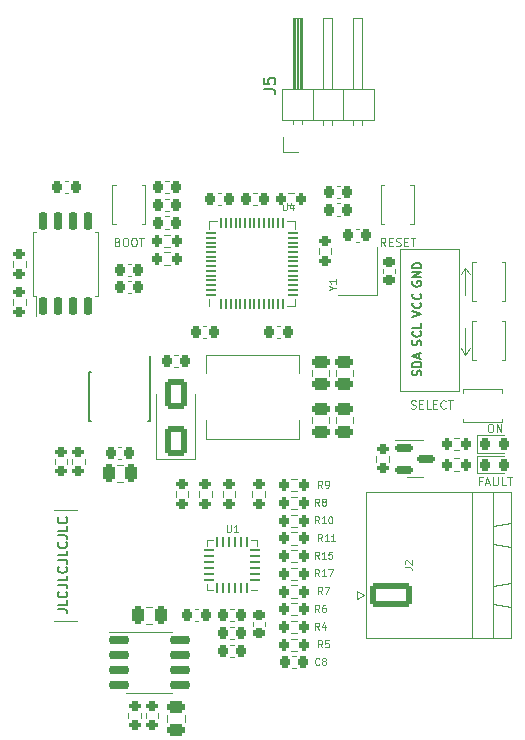
<source format=gbr>
%TF.GenerationSoftware,KiCad,Pcbnew,(7.0.0)*%
%TF.CreationDate,2023-10-01T16:50:46+07:00*%
%TF.ProjectId,CYPD3177,43595044-3331-4373-972e-6b696361645f,rev?*%
%TF.SameCoordinates,Original*%
%TF.FileFunction,Legend,Top*%
%TF.FilePolarity,Positive*%
%FSLAX46Y46*%
G04 Gerber Fmt 4.6, Leading zero omitted, Abs format (unit mm)*
G04 Created by KiCad (PCBNEW (7.0.0)) date 2023-10-01 16:50:46*
%MOMM*%
%LPD*%
G01*
G04 APERTURE LIST*
G04 Aperture macros list*
%AMRoundRect*
0 Rectangle with rounded corners*
0 $1 Rounding radius*
0 $2 $3 $4 $5 $6 $7 $8 $9 X,Y pos of 4 corners*
0 Add a 4 corners polygon primitive as box body*
4,1,4,$2,$3,$4,$5,$6,$7,$8,$9,$2,$3,0*
0 Add four circle primitives for the rounded corners*
1,1,$1+$1,$2,$3*
1,1,$1+$1,$4,$5*
1,1,$1+$1,$6,$7*
1,1,$1+$1,$8,$9*
0 Add four rect primitives between the rounded corners*
20,1,$1+$1,$2,$3,$4,$5,0*
20,1,$1+$1,$4,$5,$6,$7,0*
20,1,$1+$1,$6,$7,$8,$9,0*
20,1,$1+$1,$8,$9,$2,$3,0*%
G04 Aperture macros list end*
%ADD10C,0.110000*%
%ADD11C,0.120000*%
%ADD12C,0.130000*%
%ADD13C,0.100000*%
%ADD14C,0.150000*%
%ADD15C,0.040000*%
%ADD16RoundRect,0.200000X0.200000X0.275000X-0.200000X0.275000X-0.200000X-0.275000X0.200000X-0.275000X0*%
%ADD17RoundRect,0.250000X0.475000X-0.250000X0.475000X0.250000X-0.475000X0.250000X-0.475000X-0.250000X0*%
%ADD18RoundRect,0.200000X-0.275000X0.200000X-0.275000X-0.200000X0.275000X-0.200000X0.275000X0.200000X0*%
%ADD19RoundRect,0.225000X0.225000X0.250000X-0.225000X0.250000X-0.225000X-0.250000X0.225000X-0.250000X0*%
%ADD20RoundRect,0.225000X-0.225000X-0.250000X0.225000X-0.250000X0.225000X0.250000X-0.225000X0.250000X0*%
%ADD21RoundRect,0.200000X-0.200000X-0.275000X0.200000X-0.275000X0.200000X0.275000X-0.200000X0.275000X0*%
%ADD22C,3.200000*%
%ADD23RoundRect,0.250000X0.250000X0.475000X-0.250000X0.475000X-0.250000X-0.475000X0.250000X-0.475000X0*%
%ADD24R,1.700000X0.900000*%
%ADD25RoundRect,0.225000X-0.250000X0.225000X-0.250000X-0.225000X0.250000X-0.225000X0.250000X0.225000X0*%
%ADD26R,1.700000X1.700000*%
%ADD27O,1.700000X1.700000*%
%ADD28RoundRect,0.150000X-0.587500X-0.150000X0.587500X-0.150000X0.587500X0.150000X-0.587500X0.150000X0*%
%ADD29RoundRect,0.249999X1.550001X-0.790001X1.550001X0.790001X-1.550001X0.790001X-1.550001X-0.790001X0*%
%ADD30O,3.600000X2.080000*%
%ADD31R,1.200000X1.400000*%
%ADD32RoundRect,0.200000X0.275000X-0.200000X0.275000X0.200000X-0.275000X0.200000X-0.275000X-0.200000X0*%
%ADD33R,0.600000X1.550000*%
%ADD34R,3.100000X2.600000*%
%ADD35RoundRect,0.150000X-0.725000X-0.150000X0.725000X-0.150000X0.725000X0.150000X-0.725000X0.150000X0*%
%ADD36RoundRect,0.218750X-0.218750X-0.256250X0.218750X-0.256250X0.218750X0.256250X-0.218750X0.256250X0*%
%ADD37R,0.900000X1.700000*%
%ADD38RoundRect,0.250000X0.650000X-1.000000X0.650000X1.000000X-0.650000X1.000000X-0.650000X-1.000000X0*%
%ADD39C,0.650000*%
%ADD40R,1.450000X0.600000*%
%ADD41R,1.450000X0.300000*%
%ADD42O,2.100000X1.000000*%
%ADD43O,1.600000X1.000000*%
%ADD44R,2.350000X3.500000*%
%ADD45RoundRect,0.250000X-0.475000X0.250000X-0.475000X-0.250000X0.475000X-0.250000X0.475000X0.250000X0*%
%ADD46RoundRect,0.150000X0.150000X-0.650000X0.150000X0.650000X-0.150000X0.650000X-0.150000X-0.650000X0*%
%ADD47RoundRect,0.062500X0.375000X0.062500X-0.375000X0.062500X-0.375000X-0.062500X0.375000X-0.062500X0*%
%ADD48RoundRect,0.062500X0.062500X0.375000X-0.062500X0.375000X-0.062500X-0.375000X0.062500X-0.375000X0*%
%ADD49R,2.500000X2.500000*%
%ADD50RoundRect,0.050000X0.050000X-0.387500X0.050000X0.387500X-0.050000X0.387500X-0.050000X-0.387500X0*%
%ADD51RoundRect,0.050000X0.387500X-0.050000X0.387500X0.050000X-0.387500X0.050000X-0.387500X-0.050000X0*%
%ADD52R,3.200000X3.200000*%
G04 APERTURE END LIST*
D10*
X71816667Y-38057166D02*
X71950000Y-38057166D01*
X71950000Y-38057166D02*
X72016667Y-38090500D01*
X72016667Y-38090500D02*
X72083333Y-38157166D01*
X72083333Y-38157166D02*
X72116667Y-38290500D01*
X72116667Y-38290500D02*
X72116667Y-38523833D01*
X72116667Y-38523833D02*
X72083333Y-38657166D01*
X72083333Y-38657166D02*
X72016667Y-38723833D01*
X72016667Y-38723833D02*
X71950000Y-38757166D01*
X71950000Y-38757166D02*
X71816667Y-38757166D01*
X71816667Y-38757166D02*
X71750000Y-38723833D01*
X71750000Y-38723833D02*
X71683333Y-38657166D01*
X71683333Y-38657166D02*
X71650000Y-38523833D01*
X71650000Y-38523833D02*
X71650000Y-38290500D01*
X71650000Y-38290500D02*
X71683333Y-38157166D01*
X71683333Y-38157166D02*
X71750000Y-38090500D01*
X71750000Y-38090500D02*
X71816667Y-38057166D01*
X72416666Y-38757166D02*
X72416666Y-38057166D01*
X72416666Y-38057166D02*
X72816666Y-38757166D01*
X72816666Y-38757166D02*
X72816666Y-38057166D01*
D11*
X69761904Y-29897857D02*
X69761904Y-32183571D01*
X70142857Y-31612142D02*
X69761904Y-32183571D01*
X69761904Y-32183571D02*
X69380952Y-31612142D01*
X40300001Y-22640500D02*
X40400001Y-22673833D01*
X40400001Y-22673833D02*
X40433334Y-22707166D01*
X40433334Y-22707166D02*
X40466667Y-22773833D01*
X40466667Y-22773833D02*
X40466667Y-22873833D01*
X40466667Y-22873833D02*
X40433334Y-22940500D01*
X40433334Y-22940500D02*
X40400001Y-22973833D01*
X40400001Y-22973833D02*
X40333334Y-23007166D01*
X40333334Y-23007166D02*
X40066667Y-23007166D01*
X40066667Y-23007166D02*
X40066667Y-22307166D01*
X40066667Y-22307166D02*
X40300001Y-22307166D01*
X40300001Y-22307166D02*
X40366667Y-22340500D01*
X40366667Y-22340500D02*
X40400001Y-22373833D01*
X40400001Y-22373833D02*
X40433334Y-22440500D01*
X40433334Y-22440500D02*
X40433334Y-22507166D01*
X40433334Y-22507166D02*
X40400001Y-22573833D01*
X40400001Y-22573833D02*
X40366667Y-22607166D01*
X40366667Y-22607166D02*
X40300001Y-22640500D01*
X40300001Y-22640500D02*
X40066667Y-22640500D01*
X40900001Y-22307166D02*
X41033334Y-22307166D01*
X41033334Y-22307166D02*
X41100001Y-22340500D01*
X41100001Y-22340500D02*
X41166667Y-22407166D01*
X41166667Y-22407166D02*
X41200001Y-22540500D01*
X41200001Y-22540500D02*
X41200001Y-22773833D01*
X41200001Y-22773833D02*
X41166667Y-22907166D01*
X41166667Y-22907166D02*
X41100001Y-22973833D01*
X41100001Y-22973833D02*
X41033334Y-23007166D01*
X41033334Y-23007166D02*
X40900001Y-23007166D01*
X40900001Y-23007166D02*
X40833334Y-22973833D01*
X40833334Y-22973833D02*
X40766667Y-22907166D01*
X40766667Y-22907166D02*
X40733334Y-22773833D01*
X40733334Y-22773833D02*
X40733334Y-22540500D01*
X40733334Y-22540500D02*
X40766667Y-22407166D01*
X40766667Y-22407166D02*
X40833334Y-22340500D01*
X40833334Y-22340500D02*
X40900001Y-22307166D01*
X41633334Y-22307166D02*
X41766667Y-22307166D01*
X41766667Y-22307166D02*
X41833334Y-22340500D01*
X41833334Y-22340500D02*
X41900000Y-22407166D01*
X41900000Y-22407166D02*
X41933334Y-22540500D01*
X41933334Y-22540500D02*
X41933334Y-22773833D01*
X41933334Y-22773833D02*
X41900000Y-22907166D01*
X41900000Y-22907166D02*
X41833334Y-22973833D01*
X41833334Y-22973833D02*
X41766667Y-23007166D01*
X41766667Y-23007166D02*
X41633334Y-23007166D01*
X41633334Y-23007166D02*
X41566667Y-22973833D01*
X41566667Y-22973833D02*
X41500000Y-22907166D01*
X41500000Y-22907166D02*
X41466667Y-22773833D01*
X41466667Y-22773833D02*
X41466667Y-22540500D01*
X41466667Y-22540500D02*
X41500000Y-22407166D01*
X41500000Y-22407166D02*
X41566667Y-22340500D01*
X41566667Y-22340500D02*
X41633334Y-22307166D01*
X42133333Y-22307166D02*
X42533333Y-22307166D01*
X42333333Y-23007166D02*
X42333333Y-22307166D01*
D10*
X71133334Y-42890500D02*
X70900000Y-42890500D01*
X70900000Y-43257166D02*
X70900000Y-42557166D01*
X70900000Y-42557166D02*
X71233334Y-42557166D01*
X71466667Y-43057166D02*
X71800000Y-43057166D01*
X71400000Y-43257166D02*
X71633334Y-42557166D01*
X71633334Y-42557166D02*
X71866667Y-43257166D01*
X72100000Y-42557166D02*
X72100000Y-43123833D01*
X72100000Y-43123833D02*
X72133334Y-43190500D01*
X72133334Y-43190500D02*
X72166667Y-43223833D01*
X72166667Y-43223833D02*
X72233334Y-43257166D01*
X72233334Y-43257166D02*
X72366667Y-43257166D01*
X72366667Y-43257166D02*
X72433334Y-43223833D01*
X72433334Y-43223833D02*
X72466667Y-43190500D01*
X72466667Y-43190500D02*
X72500000Y-43123833D01*
X72500000Y-43123833D02*
X72500000Y-42557166D01*
X73166667Y-43257166D02*
X72833333Y-43257166D01*
X72833333Y-43257166D02*
X72833333Y-42557166D01*
X73300000Y-42557166D02*
X73700000Y-42557166D01*
X73500000Y-43257166D02*
X73500000Y-42557166D01*
D11*
X62983333Y-23007166D02*
X62750000Y-22673833D01*
X62583333Y-23007166D02*
X62583333Y-22307166D01*
X62583333Y-22307166D02*
X62850000Y-22307166D01*
X62850000Y-22307166D02*
X62916667Y-22340500D01*
X62916667Y-22340500D02*
X62950000Y-22373833D01*
X62950000Y-22373833D02*
X62983333Y-22440500D01*
X62983333Y-22440500D02*
X62983333Y-22540500D01*
X62983333Y-22540500D02*
X62950000Y-22607166D01*
X62950000Y-22607166D02*
X62916667Y-22640500D01*
X62916667Y-22640500D02*
X62850000Y-22673833D01*
X62850000Y-22673833D02*
X62583333Y-22673833D01*
X63283333Y-22640500D02*
X63516667Y-22640500D01*
X63616667Y-23007166D02*
X63283333Y-23007166D01*
X63283333Y-23007166D02*
X63283333Y-22307166D01*
X63283333Y-22307166D02*
X63616667Y-22307166D01*
X63883333Y-22973833D02*
X63983333Y-23007166D01*
X63983333Y-23007166D02*
X64150000Y-23007166D01*
X64150000Y-23007166D02*
X64216666Y-22973833D01*
X64216666Y-22973833D02*
X64250000Y-22940500D01*
X64250000Y-22940500D02*
X64283333Y-22873833D01*
X64283333Y-22873833D02*
X64283333Y-22807166D01*
X64283333Y-22807166D02*
X64250000Y-22740500D01*
X64250000Y-22740500D02*
X64216666Y-22707166D01*
X64216666Y-22707166D02*
X64150000Y-22673833D01*
X64150000Y-22673833D02*
X64016666Y-22640500D01*
X64016666Y-22640500D02*
X63950000Y-22607166D01*
X63950000Y-22607166D02*
X63916666Y-22573833D01*
X63916666Y-22573833D02*
X63883333Y-22507166D01*
X63883333Y-22507166D02*
X63883333Y-22440500D01*
X63883333Y-22440500D02*
X63916666Y-22373833D01*
X63916666Y-22373833D02*
X63950000Y-22340500D01*
X63950000Y-22340500D02*
X64016666Y-22307166D01*
X64016666Y-22307166D02*
X64183333Y-22307166D01*
X64183333Y-22307166D02*
X64283333Y-22340500D01*
X64583333Y-22640500D02*
X64816667Y-22640500D01*
X64916667Y-23007166D02*
X64583333Y-23007166D01*
X64583333Y-23007166D02*
X64583333Y-22307166D01*
X64583333Y-22307166D02*
X64916667Y-22307166D01*
X65116666Y-22307166D02*
X65516666Y-22307166D01*
X65316666Y-23007166D02*
X65316666Y-22307166D01*
X65150000Y-36723833D02*
X65250000Y-36757166D01*
X65250000Y-36757166D02*
X65416667Y-36757166D01*
X65416667Y-36757166D02*
X65483333Y-36723833D01*
X65483333Y-36723833D02*
X65516667Y-36690500D01*
X65516667Y-36690500D02*
X65550000Y-36623833D01*
X65550000Y-36623833D02*
X65550000Y-36557166D01*
X65550000Y-36557166D02*
X65516667Y-36490500D01*
X65516667Y-36490500D02*
X65483333Y-36457166D01*
X65483333Y-36457166D02*
X65416667Y-36423833D01*
X65416667Y-36423833D02*
X65283333Y-36390500D01*
X65283333Y-36390500D02*
X65216667Y-36357166D01*
X65216667Y-36357166D02*
X65183333Y-36323833D01*
X65183333Y-36323833D02*
X65150000Y-36257166D01*
X65150000Y-36257166D02*
X65150000Y-36190500D01*
X65150000Y-36190500D02*
X65183333Y-36123833D01*
X65183333Y-36123833D02*
X65216667Y-36090500D01*
X65216667Y-36090500D02*
X65283333Y-36057166D01*
X65283333Y-36057166D02*
X65450000Y-36057166D01*
X65450000Y-36057166D02*
X65550000Y-36090500D01*
X65850000Y-36390500D02*
X66083334Y-36390500D01*
X66183334Y-36757166D02*
X65850000Y-36757166D01*
X65850000Y-36757166D02*
X65850000Y-36057166D01*
X65850000Y-36057166D02*
X66183334Y-36057166D01*
X66816667Y-36757166D02*
X66483333Y-36757166D01*
X66483333Y-36757166D02*
X66483333Y-36057166D01*
X67050000Y-36390500D02*
X67283334Y-36390500D01*
X67383334Y-36757166D02*
X67050000Y-36757166D01*
X67050000Y-36757166D02*
X67050000Y-36057166D01*
X67050000Y-36057166D02*
X67383334Y-36057166D01*
X68083333Y-36690500D02*
X68050000Y-36723833D01*
X68050000Y-36723833D02*
X67950000Y-36757166D01*
X67950000Y-36757166D02*
X67883333Y-36757166D01*
X67883333Y-36757166D02*
X67783333Y-36723833D01*
X67783333Y-36723833D02*
X67716667Y-36657166D01*
X67716667Y-36657166D02*
X67683333Y-36590500D01*
X67683333Y-36590500D02*
X67650000Y-36457166D01*
X67650000Y-36457166D02*
X67650000Y-36357166D01*
X67650000Y-36357166D02*
X67683333Y-36223833D01*
X67683333Y-36223833D02*
X67716667Y-36157166D01*
X67716667Y-36157166D02*
X67783333Y-36090500D01*
X67783333Y-36090500D02*
X67883333Y-36057166D01*
X67883333Y-36057166D02*
X67950000Y-36057166D01*
X67950000Y-36057166D02*
X68050000Y-36090500D01*
X68050000Y-36090500D02*
X68083333Y-36123833D01*
X68283333Y-36057166D02*
X68683333Y-36057166D01*
X68483333Y-36757166D02*
X68483333Y-36057166D01*
D12*
X35235807Y-53754361D02*
X35816378Y-53754361D01*
X35816378Y-53754361D02*
X35932492Y-53793066D01*
X35932492Y-53793066D02*
X36009902Y-53870475D01*
X36009902Y-53870475D02*
X36048607Y-53986590D01*
X36048607Y-53986590D02*
X36048607Y-54063999D01*
X36048607Y-52980266D02*
X36048607Y-53367314D01*
X36048607Y-53367314D02*
X35235807Y-53367314D01*
X35971197Y-52244876D02*
X36009902Y-52283580D01*
X36009902Y-52283580D02*
X36048607Y-52399695D01*
X36048607Y-52399695D02*
X36048607Y-52477104D01*
X36048607Y-52477104D02*
X36009902Y-52593218D01*
X36009902Y-52593218D02*
X35932492Y-52670628D01*
X35932492Y-52670628D02*
X35855083Y-52709333D01*
X35855083Y-52709333D02*
X35700264Y-52748037D01*
X35700264Y-52748037D02*
X35584150Y-52748037D01*
X35584150Y-52748037D02*
X35429331Y-52709333D01*
X35429331Y-52709333D02*
X35351921Y-52670628D01*
X35351921Y-52670628D02*
X35274512Y-52593218D01*
X35274512Y-52593218D02*
X35235807Y-52477104D01*
X35235807Y-52477104D02*
X35235807Y-52399695D01*
X35235807Y-52399695D02*
X35274512Y-52283580D01*
X35274512Y-52283580D02*
X35313216Y-52244876D01*
X35235807Y-51664304D02*
X35816378Y-51664304D01*
X35816378Y-51664304D02*
X35932492Y-51703009D01*
X35932492Y-51703009D02*
X36009902Y-51780418D01*
X36009902Y-51780418D02*
X36048607Y-51896533D01*
X36048607Y-51896533D02*
X36048607Y-51973942D01*
X36048607Y-50890209D02*
X36048607Y-51277257D01*
X36048607Y-51277257D02*
X35235807Y-51277257D01*
X35971197Y-50154819D02*
X36009902Y-50193523D01*
X36009902Y-50193523D02*
X36048607Y-50309638D01*
X36048607Y-50309638D02*
X36048607Y-50387047D01*
X36048607Y-50387047D02*
X36009902Y-50503161D01*
X36009902Y-50503161D02*
X35932492Y-50580571D01*
X35932492Y-50580571D02*
X35855083Y-50619276D01*
X35855083Y-50619276D02*
X35700264Y-50657980D01*
X35700264Y-50657980D02*
X35584150Y-50657980D01*
X35584150Y-50657980D02*
X35429331Y-50619276D01*
X35429331Y-50619276D02*
X35351921Y-50580571D01*
X35351921Y-50580571D02*
X35274512Y-50503161D01*
X35274512Y-50503161D02*
X35235807Y-50387047D01*
X35235807Y-50387047D02*
X35235807Y-50309638D01*
X35235807Y-50309638D02*
X35274512Y-50193523D01*
X35274512Y-50193523D02*
X35313216Y-50154819D01*
X35235807Y-49574247D02*
X35816378Y-49574247D01*
X35816378Y-49574247D02*
X35932492Y-49612952D01*
X35932492Y-49612952D02*
X36009902Y-49690361D01*
X36009902Y-49690361D02*
X36048607Y-49806476D01*
X36048607Y-49806476D02*
X36048607Y-49883885D01*
X36048607Y-48800152D02*
X36048607Y-49187200D01*
X36048607Y-49187200D02*
X35235807Y-49187200D01*
X35971197Y-48064762D02*
X36009902Y-48103466D01*
X36009902Y-48103466D02*
X36048607Y-48219581D01*
X36048607Y-48219581D02*
X36048607Y-48296990D01*
X36048607Y-48296990D02*
X36009902Y-48413104D01*
X36009902Y-48413104D02*
X35932492Y-48490514D01*
X35932492Y-48490514D02*
X35855083Y-48529219D01*
X35855083Y-48529219D02*
X35700264Y-48567923D01*
X35700264Y-48567923D02*
X35584150Y-48567923D01*
X35584150Y-48567923D02*
X35429331Y-48529219D01*
X35429331Y-48529219D02*
X35351921Y-48490514D01*
X35351921Y-48490514D02*
X35274512Y-48413104D01*
X35274512Y-48413104D02*
X35235807Y-48296990D01*
X35235807Y-48296990D02*
X35235807Y-48219581D01*
X35235807Y-48219581D02*
X35274512Y-48103466D01*
X35274512Y-48103466D02*
X35313216Y-48064762D01*
X35235807Y-47484190D02*
X35816378Y-47484190D01*
X35816378Y-47484190D02*
X35932492Y-47522895D01*
X35932492Y-47522895D02*
X36009902Y-47600304D01*
X36009902Y-47600304D02*
X36048607Y-47716419D01*
X36048607Y-47716419D02*
X36048607Y-47793828D01*
X36048607Y-46710095D02*
X36048607Y-47097143D01*
X36048607Y-47097143D02*
X35235807Y-47097143D01*
X35971197Y-45974705D02*
X36009902Y-46013409D01*
X36009902Y-46013409D02*
X36048607Y-46129524D01*
X36048607Y-46129524D02*
X36048607Y-46206933D01*
X36048607Y-46206933D02*
X36009902Y-46323047D01*
X36009902Y-46323047D02*
X35932492Y-46400457D01*
X35932492Y-46400457D02*
X35855083Y-46439162D01*
X35855083Y-46439162D02*
X35700264Y-46477866D01*
X35700264Y-46477866D02*
X35584150Y-46477866D01*
X35584150Y-46477866D02*
X35429331Y-46439162D01*
X35429331Y-46439162D02*
X35351921Y-46400457D01*
X35351921Y-46400457D02*
X35274512Y-46323047D01*
X35274512Y-46323047D02*
X35235807Y-46206933D01*
X35235807Y-46206933D02*
X35235807Y-46129524D01*
X35235807Y-46129524D02*
X35274512Y-46013409D01*
X35274512Y-46013409D02*
X35313216Y-45974705D01*
D11*
X69761905Y-27102142D02*
X69761905Y-24816428D01*
X69380952Y-25387857D02*
X69761905Y-24816428D01*
X69761905Y-24816428D02*
X70142857Y-25387857D01*
D13*
%TO.C,R5*%
X57650000Y-56970428D02*
X57450000Y-56684714D01*
X57307143Y-56970428D02*
X57307143Y-56370428D01*
X57307143Y-56370428D02*
X57535714Y-56370428D01*
X57535714Y-56370428D02*
X57592857Y-56399000D01*
X57592857Y-56399000D02*
X57621428Y-56427571D01*
X57621428Y-56427571D02*
X57650000Y-56484714D01*
X57650000Y-56484714D02*
X57650000Y-56570428D01*
X57650000Y-56570428D02*
X57621428Y-56627571D01*
X57621428Y-56627571D02*
X57592857Y-56656142D01*
X57592857Y-56656142D02*
X57535714Y-56684714D01*
X57535714Y-56684714D02*
X57307143Y-56684714D01*
X58192857Y-56370428D02*
X57907143Y-56370428D01*
X57907143Y-56370428D02*
X57878571Y-56656142D01*
X57878571Y-56656142D02*
X57907143Y-56627571D01*
X57907143Y-56627571D02*
X57964286Y-56599000D01*
X57964286Y-56599000D02*
X58107143Y-56599000D01*
X58107143Y-56599000D02*
X58164286Y-56627571D01*
X58164286Y-56627571D02*
X58192857Y-56656142D01*
X58192857Y-56656142D02*
X58221428Y-56713285D01*
X58221428Y-56713285D02*
X58221428Y-56856142D01*
X58221428Y-56856142D02*
X58192857Y-56913285D01*
X58192857Y-56913285D02*
X58164286Y-56941857D01*
X58164286Y-56941857D02*
X58107143Y-56970428D01*
X58107143Y-56970428D02*
X57964286Y-56970428D01*
X57964286Y-56970428D02*
X57907143Y-56941857D01*
X57907143Y-56941857D02*
X57878571Y-56913285D01*
%TO.C,C8*%
X57400000Y-58413285D02*
X57371428Y-58441857D01*
X57371428Y-58441857D02*
X57285714Y-58470428D01*
X57285714Y-58470428D02*
X57228571Y-58470428D01*
X57228571Y-58470428D02*
X57142857Y-58441857D01*
X57142857Y-58441857D02*
X57085714Y-58384714D01*
X57085714Y-58384714D02*
X57057143Y-58327571D01*
X57057143Y-58327571D02*
X57028571Y-58213285D01*
X57028571Y-58213285D02*
X57028571Y-58127571D01*
X57028571Y-58127571D02*
X57057143Y-58013285D01*
X57057143Y-58013285D02*
X57085714Y-57956142D01*
X57085714Y-57956142D02*
X57142857Y-57899000D01*
X57142857Y-57899000D02*
X57228571Y-57870428D01*
X57228571Y-57870428D02*
X57285714Y-57870428D01*
X57285714Y-57870428D02*
X57371428Y-57899000D01*
X57371428Y-57899000D02*
X57400000Y-57927571D01*
X57742857Y-58127571D02*
X57685714Y-58099000D01*
X57685714Y-58099000D02*
X57657143Y-58070428D01*
X57657143Y-58070428D02*
X57628571Y-58013285D01*
X57628571Y-58013285D02*
X57628571Y-57984714D01*
X57628571Y-57984714D02*
X57657143Y-57927571D01*
X57657143Y-57927571D02*
X57685714Y-57899000D01*
X57685714Y-57899000D02*
X57742857Y-57870428D01*
X57742857Y-57870428D02*
X57857143Y-57870428D01*
X57857143Y-57870428D02*
X57914286Y-57899000D01*
X57914286Y-57899000D02*
X57942857Y-57927571D01*
X57942857Y-57927571D02*
X57971428Y-57984714D01*
X57971428Y-57984714D02*
X57971428Y-58013285D01*
X57971428Y-58013285D02*
X57942857Y-58070428D01*
X57942857Y-58070428D02*
X57914286Y-58099000D01*
X57914286Y-58099000D02*
X57857143Y-58127571D01*
X57857143Y-58127571D02*
X57742857Y-58127571D01*
X57742857Y-58127571D02*
X57685714Y-58156142D01*
X57685714Y-58156142D02*
X57657143Y-58184714D01*
X57657143Y-58184714D02*
X57628571Y-58241857D01*
X57628571Y-58241857D02*
X57628571Y-58356142D01*
X57628571Y-58356142D02*
X57657143Y-58413285D01*
X57657143Y-58413285D02*
X57685714Y-58441857D01*
X57685714Y-58441857D02*
X57742857Y-58470428D01*
X57742857Y-58470428D02*
X57857143Y-58470428D01*
X57857143Y-58470428D02*
X57914286Y-58441857D01*
X57914286Y-58441857D02*
X57942857Y-58413285D01*
X57942857Y-58413285D02*
X57971428Y-58356142D01*
X57971428Y-58356142D02*
X57971428Y-58241857D01*
X57971428Y-58241857D02*
X57942857Y-58184714D01*
X57942857Y-58184714D02*
X57914286Y-58156142D01*
X57914286Y-58156142D02*
X57857143Y-58127571D01*
%TO.C,R4*%
X57400000Y-55470428D02*
X57200000Y-55184714D01*
X57057143Y-55470428D02*
X57057143Y-54870428D01*
X57057143Y-54870428D02*
X57285714Y-54870428D01*
X57285714Y-54870428D02*
X57342857Y-54899000D01*
X57342857Y-54899000D02*
X57371428Y-54927571D01*
X57371428Y-54927571D02*
X57400000Y-54984714D01*
X57400000Y-54984714D02*
X57400000Y-55070428D01*
X57400000Y-55070428D02*
X57371428Y-55127571D01*
X57371428Y-55127571D02*
X57342857Y-55156142D01*
X57342857Y-55156142D02*
X57285714Y-55184714D01*
X57285714Y-55184714D02*
X57057143Y-55184714D01*
X57914286Y-55070428D02*
X57914286Y-55470428D01*
X57771428Y-54841857D02*
X57628571Y-55270428D01*
X57628571Y-55270428D02*
X58000000Y-55270428D01*
D14*
%TO.C,J5*%
X52672380Y-9723333D02*
X53386666Y-9723333D01*
X53386666Y-9723333D02*
X53529523Y-9770952D01*
X53529523Y-9770952D02*
X53624761Y-9866190D01*
X53624761Y-9866190D02*
X53672380Y-10009047D01*
X53672380Y-10009047D02*
X53672380Y-10104285D01*
X52672380Y-8770952D02*
X52672380Y-9247142D01*
X52672380Y-9247142D02*
X53148571Y-9294761D01*
X53148571Y-9294761D02*
X53100952Y-9247142D01*
X53100952Y-9247142D02*
X53053333Y-9151904D01*
X53053333Y-9151904D02*
X53053333Y-8913809D01*
X53053333Y-8913809D02*
X53100952Y-8818571D01*
X53100952Y-8818571D02*
X53148571Y-8770952D01*
X53148571Y-8770952D02*
X53243809Y-8723333D01*
X53243809Y-8723333D02*
X53481904Y-8723333D01*
X53481904Y-8723333D02*
X53577142Y-8770952D01*
X53577142Y-8770952D02*
X53624761Y-8818571D01*
X53624761Y-8818571D02*
X53672380Y-8913809D01*
X53672380Y-8913809D02*
X53672380Y-9151904D01*
X53672380Y-9151904D02*
X53624761Y-9247142D01*
X53624761Y-9247142D02*
X53577142Y-9294761D01*
D13*
%TO.C,J2*%
X64620428Y-50200000D02*
X65049000Y-50200000D01*
X65049000Y-50200000D02*
X65134714Y-50228571D01*
X65134714Y-50228571D02*
X65191857Y-50285714D01*
X65191857Y-50285714D02*
X65220428Y-50371428D01*
X65220428Y-50371428D02*
X65220428Y-50428571D01*
X64677571Y-49942857D02*
X64649000Y-49914285D01*
X64649000Y-49914285D02*
X64620428Y-49857143D01*
X64620428Y-49857143D02*
X64620428Y-49714285D01*
X64620428Y-49714285D02*
X64649000Y-49657143D01*
X64649000Y-49657143D02*
X64677571Y-49628571D01*
X64677571Y-49628571D02*
X64734714Y-49600000D01*
X64734714Y-49600000D02*
X64791857Y-49600000D01*
X64791857Y-49600000D02*
X64877571Y-49628571D01*
X64877571Y-49628571D02*
X65220428Y-49971428D01*
X65220428Y-49971428D02*
X65220428Y-49600000D01*
%TO.C,Y1*%
X58534714Y-26535714D02*
X58820428Y-26535714D01*
X58220428Y-26735714D02*
X58534714Y-26535714D01*
X58534714Y-26535714D02*
X58220428Y-26335714D01*
X58820428Y-25821428D02*
X58820428Y-26164285D01*
X58820428Y-25992856D02*
X58220428Y-25992856D01*
X58220428Y-25992856D02*
X58306142Y-26049999D01*
X58306142Y-26049999D02*
X58363285Y-26107142D01*
X58363285Y-26107142D02*
X58391857Y-26164285D01*
%TO.C,R9*%
X57650000Y-43470428D02*
X57450000Y-43184714D01*
X57307143Y-43470428D02*
X57307143Y-42870428D01*
X57307143Y-42870428D02*
X57535714Y-42870428D01*
X57535714Y-42870428D02*
X57592857Y-42899000D01*
X57592857Y-42899000D02*
X57621428Y-42927571D01*
X57621428Y-42927571D02*
X57650000Y-42984714D01*
X57650000Y-42984714D02*
X57650000Y-43070428D01*
X57650000Y-43070428D02*
X57621428Y-43127571D01*
X57621428Y-43127571D02*
X57592857Y-43156142D01*
X57592857Y-43156142D02*
X57535714Y-43184714D01*
X57535714Y-43184714D02*
X57307143Y-43184714D01*
X57935714Y-43470428D02*
X58050000Y-43470428D01*
X58050000Y-43470428D02*
X58107143Y-43441857D01*
X58107143Y-43441857D02*
X58135714Y-43413285D01*
X58135714Y-43413285D02*
X58192857Y-43327571D01*
X58192857Y-43327571D02*
X58221428Y-43213285D01*
X58221428Y-43213285D02*
X58221428Y-42984714D01*
X58221428Y-42984714D02*
X58192857Y-42927571D01*
X58192857Y-42927571D02*
X58164286Y-42899000D01*
X58164286Y-42899000D02*
X58107143Y-42870428D01*
X58107143Y-42870428D02*
X57992857Y-42870428D01*
X57992857Y-42870428D02*
X57935714Y-42899000D01*
X57935714Y-42899000D02*
X57907143Y-42927571D01*
X57907143Y-42927571D02*
X57878571Y-42984714D01*
X57878571Y-42984714D02*
X57878571Y-43127571D01*
X57878571Y-43127571D02*
X57907143Y-43184714D01*
X57907143Y-43184714D02*
X57935714Y-43213285D01*
X57935714Y-43213285D02*
X57992857Y-43241857D01*
X57992857Y-43241857D02*
X58107143Y-43241857D01*
X58107143Y-43241857D02*
X58164286Y-43213285D01*
X58164286Y-43213285D02*
X58192857Y-43184714D01*
X58192857Y-43184714D02*
X58221428Y-43127571D01*
%TO.C,R6*%
X57400000Y-53970428D02*
X57200000Y-53684714D01*
X57057143Y-53970428D02*
X57057143Y-53370428D01*
X57057143Y-53370428D02*
X57285714Y-53370428D01*
X57285714Y-53370428D02*
X57342857Y-53399000D01*
X57342857Y-53399000D02*
X57371428Y-53427571D01*
X57371428Y-53427571D02*
X57400000Y-53484714D01*
X57400000Y-53484714D02*
X57400000Y-53570428D01*
X57400000Y-53570428D02*
X57371428Y-53627571D01*
X57371428Y-53627571D02*
X57342857Y-53656142D01*
X57342857Y-53656142D02*
X57285714Y-53684714D01*
X57285714Y-53684714D02*
X57057143Y-53684714D01*
X57914286Y-53370428D02*
X57800000Y-53370428D01*
X57800000Y-53370428D02*
X57742857Y-53399000D01*
X57742857Y-53399000D02*
X57714286Y-53427571D01*
X57714286Y-53427571D02*
X57657143Y-53513285D01*
X57657143Y-53513285D02*
X57628571Y-53627571D01*
X57628571Y-53627571D02*
X57628571Y-53856142D01*
X57628571Y-53856142D02*
X57657143Y-53913285D01*
X57657143Y-53913285D02*
X57685714Y-53941857D01*
X57685714Y-53941857D02*
X57742857Y-53970428D01*
X57742857Y-53970428D02*
X57857143Y-53970428D01*
X57857143Y-53970428D02*
X57914286Y-53941857D01*
X57914286Y-53941857D02*
X57942857Y-53913285D01*
X57942857Y-53913285D02*
X57971428Y-53856142D01*
X57971428Y-53856142D02*
X57971428Y-53713285D01*
X57971428Y-53713285D02*
X57942857Y-53656142D01*
X57942857Y-53656142D02*
X57914286Y-53627571D01*
X57914286Y-53627571D02*
X57857143Y-53599000D01*
X57857143Y-53599000D02*
X57742857Y-53599000D01*
X57742857Y-53599000D02*
X57685714Y-53627571D01*
X57685714Y-53627571D02*
X57657143Y-53656142D01*
X57657143Y-53656142D02*
X57628571Y-53713285D01*
%TO.C,R15*%
X57364285Y-49470428D02*
X57164285Y-49184714D01*
X57021428Y-49470428D02*
X57021428Y-48870428D01*
X57021428Y-48870428D02*
X57249999Y-48870428D01*
X57249999Y-48870428D02*
X57307142Y-48899000D01*
X57307142Y-48899000D02*
X57335713Y-48927571D01*
X57335713Y-48927571D02*
X57364285Y-48984714D01*
X57364285Y-48984714D02*
X57364285Y-49070428D01*
X57364285Y-49070428D02*
X57335713Y-49127571D01*
X57335713Y-49127571D02*
X57307142Y-49156142D01*
X57307142Y-49156142D02*
X57249999Y-49184714D01*
X57249999Y-49184714D02*
X57021428Y-49184714D01*
X57935713Y-49470428D02*
X57592856Y-49470428D01*
X57764285Y-49470428D02*
X57764285Y-48870428D01*
X57764285Y-48870428D02*
X57707142Y-48956142D01*
X57707142Y-48956142D02*
X57649999Y-49013285D01*
X57649999Y-49013285D02*
X57592856Y-49041857D01*
X58478571Y-48870428D02*
X58192857Y-48870428D01*
X58192857Y-48870428D02*
X58164285Y-49156142D01*
X58164285Y-49156142D02*
X58192857Y-49127571D01*
X58192857Y-49127571D02*
X58250000Y-49099000D01*
X58250000Y-49099000D02*
X58392857Y-49099000D01*
X58392857Y-49099000D02*
X58450000Y-49127571D01*
X58450000Y-49127571D02*
X58478571Y-49156142D01*
X58478571Y-49156142D02*
X58507142Y-49213285D01*
X58507142Y-49213285D02*
X58507142Y-49356142D01*
X58507142Y-49356142D02*
X58478571Y-49413285D01*
X58478571Y-49413285D02*
X58450000Y-49441857D01*
X58450000Y-49441857D02*
X58392857Y-49470428D01*
X58392857Y-49470428D02*
X58250000Y-49470428D01*
X58250000Y-49470428D02*
X58192857Y-49441857D01*
X58192857Y-49441857D02*
X58164285Y-49413285D01*
%TO.C,R10*%
X57364285Y-46470428D02*
X57164285Y-46184714D01*
X57021428Y-46470428D02*
X57021428Y-45870428D01*
X57021428Y-45870428D02*
X57249999Y-45870428D01*
X57249999Y-45870428D02*
X57307142Y-45899000D01*
X57307142Y-45899000D02*
X57335713Y-45927571D01*
X57335713Y-45927571D02*
X57364285Y-45984714D01*
X57364285Y-45984714D02*
X57364285Y-46070428D01*
X57364285Y-46070428D02*
X57335713Y-46127571D01*
X57335713Y-46127571D02*
X57307142Y-46156142D01*
X57307142Y-46156142D02*
X57249999Y-46184714D01*
X57249999Y-46184714D02*
X57021428Y-46184714D01*
X57935713Y-46470428D02*
X57592856Y-46470428D01*
X57764285Y-46470428D02*
X57764285Y-45870428D01*
X57764285Y-45870428D02*
X57707142Y-45956142D01*
X57707142Y-45956142D02*
X57649999Y-46013285D01*
X57649999Y-46013285D02*
X57592856Y-46041857D01*
X58307142Y-45870428D02*
X58364285Y-45870428D01*
X58364285Y-45870428D02*
X58421428Y-45899000D01*
X58421428Y-45899000D02*
X58450000Y-45927571D01*
X58450000Y-45927571D02*
X58478571Y-45984714D01*
X58478571Y-45984714D02*
X58507142Y-46099000D01*
X58507142Y-46099000D02*
X58507142Y-46241857D01*
X58507142Y-46241857D02*
X58478571Y-46356142D01*
X58478571Y-46356142D02*
X58450000Y-46413285D01*
X58450000Y-46413285D02*
X58421428Y-46441857D01*
X58421428Y-46441857D02*
X58364285Y-46470428D01*
X58364285Y-46470428D02*
X58307142Y-46470428D01*
X58307142Y-46470428D02*
X58250000Y-46441857D01*
X58250000Y-46441857D02*
X58221428Y-46413285D01*
X58221428Y-46413285D02*
X58192857Y-46356142D01*
X58192857Y-46356142D02*
X58164285Y-46241857D01*
X58164285Y-46241857D02*
X58164285Y-46099000D01*
X58164285Y-46099000D02*
X58192857Y-45984714D01*
X58192857Y-45984714D02*
X58221428Y-45927571D01*
X58221428Y-45927571D02*
X58250000Y-45899000D01*
X58250000Y-45899000D02*
X58307142Y-45870428D01*
%TO.C,R7*%
X57650000Y-52470428D02*
X57450000Y-52184714D01*
X57307143Y-52470428D02*
X57307143Y-51870428D01*
X57307143Y-51870428D02*
X57535714Y-51870428D01*
X57535714Y-51870428D02*
X57592857Y-51899000D01*
X57592857Y-51899000D02*
X57621428Y-51927571D01*
X57621428Y-51927571D02*
X57650000Y-51984714D01*
X57650000Y-51984714D02*
X57650000Y-52070428D01*
X57650000Y-52070428D02*
X57621428Y-52127571D01*
X57621428Y-52127571D02*
X57592857Y-52156142D01*
X57592857Y-52156142D02*
X57535714Y-52184714D01*
X57535714Y-52184714D02*
X57307143Y-52184714D01*
X57850000Y-51870428D02*
X58250000Y-51870428D01*
X58250000Y-51870428D02*
X57992857Y-52470428D01*
%TO.C,R17*%
X57364285Y-50970428D02*
X57164285Y-50684714D01*
X57021428Y-50970428D02*
X57021428Y-50370428D01*
X57021428Y-50370428D02*
X57249999Y-50370428D01*
X57249999Y-50370428D02*
X57307142Y-50399000D01*
X57307142Y-50399000D02*
X57335713Y-50427571D01*
X57335713Y-50427571D02*
X57364285Y-50484714D01*
X57364285Y-50484714D02*
X57364285Y-50570428D01*
X57364285Y-50570428D02*
X57335713Y-50627571D01*
X57335713Y-50627571D02*
X57307142Y-50656142D01*
X57307142Y-50656142D02*
X57249999Y-50684714D01*
X57249999Y-50684714D02*
X57021428Y-50684714D01*
X57935713Y-50970428D02*
X57592856Y-50970428D01*
X57764285Y-50970428D02*
X57764285Y-50370428D01*
X57764285Y-50370428D02*
X57707142Y-50456142D01*
X57707142Y-50456142D02*
X57649999Y-50513285D01*
X57649999Y-50513285D02*
X57592856Y-50541857D01*
X58135714Y-50370428D02*
X58535714Y-50370428D01*
X58535714Y-50370428D02*
X58278571Y-50970428D01*
%TO.C,U1*%
X49542857Y-46620428D02*
X49542857Y-47106142D01*
X49542857Y-47106142D02*
X49571428Y-47163285D01*
X49571428Y-47163285D02*
X49600000Y-47191857D01*
X49600000Y-47191857D02*
X49657142Y-47220428D01*
X49657142Y-47220428D02*
X49771428Y-47220428D01*
X49771428Y-47220428D02*
X49828571Y-47191857D01*
X49828571Y-47191857D02*
X49857142Y-47163285D01*
X49857142Y-47163285D02*
X49885714Y-47106142D01*
X49885714Y-47106142D02*
X49885714Y-46620428D01*
X50485713Y-47220428D02*
X50142856Y-47220428D01*
X50314285Y-47220428D02*
X50314285Y-46620428D01*
X50314285Y-46620428D02*
X50257142Y-46706142D01*
X50257142Y-46706142D02*
X50199999Y-46763285D01*
X50199999Y-46763285D02*
X50142856Y-46791857D01*
%TO.C,R8*%
X57400000Y-44970428D02*
X57200000Y-44684714D01*
X57057143Y-44970428D02*
X57057143Y-44370428D01*
X57057143Y-44370428D02*
X57285714Y-44370428D01*
X57285714Y-44370428D02*
X57342857Y-44399000D01*
X57342857Y-44399000D02*
X57371428Y-44427571D01*
X57371428Y-44427571D02*
X57400000Y-44484714D01*
X57400000Y-44484714D02*
X57400000Y-44570428D01*
X57400000Y-44570428D02*
X57371428Y-44627571D01*
X57371428Y-44627571D02*
X57342857Y-44656142D01*
X57342857Y-44656142D02*
X57285714Y-44684714D01*
X57285714Y-44684714D02*
X57057143Y-44684714D01*
X57742857Y-44627571D02*
X57685714Y-44599000D01*
X57685714Y-44599000D02*
X57657143Y-44570428D01*
X57657143Y-44570428D02*
X57628571Y-44513285D01*
X57628571Y-44513285D02*
X57628571Y-44484714D01*
X57628571Y-44484714D02*
X57657143Y-44427571D01*
X57657143Y-44427571D02*
X57685714Y-44399000D01*
X57685714Y-44399000D02*
X57742857Y-44370428D01*
X57742857Y-44370428D02*
X57857143Y-44370428D01*
X57857143Y-44370428D02*
X57914286Y-44399000D01*
X57914286Y-44399000D02*
X57942857Y-44427571D01*
X57942857Y-44427571D02*
X57971428Y-44484714D01*
X57971428Y-44484714D02*
X57971428Y-44513285D01*
X57971428Y-44513285D02*
X57942857Y-44570428D01*
X57942857Y-44570428D02*
X57914286Y-44599000D01*
X57914286Y-44599000D02*
X57857143Y-44627571D01*
X57857143Y-44627571D02*
X57742857Y-44627571D01*
X57742857Y-44627571D02*
X57685714Y-44656142D01*
X57685714Y-44656142D02*
X57657143Y-44684714D01*
X57657143Y-44684714D02*
X57628571Y-44741857D01*
X57628571Y-44741857D02*
X57628571Y-44856142D01*
X57628571Y-44856142D02*
X57657143Y-44913285D01*
X57657143Y-44913285D02*
X57685714Y-44941857D01*
X57685714Y-44941857D02*
X57742857Y-44970428D01*
X57742857Y-44970428D02*
X57857143Y-44970428D01*
X57857143Y-44970428D02*
X57914286Y-44941857D01*
X57914286Y-44941857D02*
X57942857Y-44913285D01*
X57942857Y-44913285D02*
X57971428Y-44856142D01*
X57971428Y-44856142D02*
X57971428Y-44741857D01*
X57971428Y-44741857D02*
X57942857Y-44684714D01*
X57942857Y-44684714D02*
X57914286Y-44656142D01*
X57914286Y-44656142D02*
X57857143Y-44627571D01*
%TO.C,U4*%
X54292857Y-19370428D02*
X54292857Y-19856142D01*
X54292857Y-19856142D02*
X54321428Y-19913285D01*
X54321428Y-19913285D02*
X54350000Y-19941857D01*
X54350000Y-19941857D02*
X54407142Y-19970428D01*
X54407142Y-19970428D02*
X54521428Y-19970428D01*
X54521428Y-19970428D02*
X54578571Y-19941857D01*
X54578571Y-19941857D02*
X54607142Y-19913285D01*
X54607142Y-19913285D02*
X54635714Y-19856142D01*
X54635714Y-19856142D02*
X54635714Y-19370428D01*
X55178571Y-19570428D02*
X55178571Y-19970428D01*
X55035713Y-19341857D02*
X54892856Y-19770428D01*
X54892856Y-19770428D02*
X55264285Y-19770428D01*
%TO.C,R11*%
X57614285Y-47970428D02*
X57414285Y-47684714D01*
X57271428Y-47970428D02*
X57271428Y-47370428D01*
X57271428Y-47370428D02*
X57499999Y-47370428D01*
X57499999Y-47370428D02*
X57557142Y-47399000D01*
X57557142Y-47399000D02*
X57585713Y-47427571D01*
X57585713Y-47427571D02*
X57614285Y-47484714D01*
X57614285Y-47484714D02*
X57614285Y-47570428D01*
X57614285Y-47570428D02*
X57585713Y-47627571D01*
X57585713Y-47627571D02*
X57557142Y-47656142D01*
X57557142Y-47656142D02*
X57499999Y-47684714D01*
X57499999Y-47684714D02*
X57271428Y-47684714D01*
X58185713Y-47970428D02*
X57842856Y-47970428D01*
X58014285Y-47970428D02*
X58014285Y-47370428D01*
X58014285Y-47370428D02*
X57957142Y-47456142D01*
X57957142Y-47456142D02*
X57899999Y-47513285D01*
X57899999Y-47513285D02*
X57842856Y-47541857D01*
X58757142Y-47970428D02*
X58414285Y-47970428D01*
X58585714Y-47970428D02*
X58585714Y-47370428D01*
X58585714Y-47370428D02*
X58528571Y-47456142D01*
X58528571Y-47456142D02*
X58471428Y-47513285D01*
X58471428Y-47513285D02*
X58414285Y-47541857D01*
D14*
%TO.C,J4*%
X65275535Y-28959999D02*
X66025535Y-28709999D01*
X66025535Y-28709999D02*
X65275535Y-28459999D01*
X65954107Y-27781428D02*
X65989821Y-27817142D01*
X65989821Y-27817142D02*
X66025535Y-27924285D01*
X66025535Y-27924285D02*
X66025535Y-27995713D01*
X66025535Y-27995713D02*
X65989821Y-28102856D01*
X65989821Y-28102856D02*
X65918392Y-28174285D01*
X65918392Y-28174285D02*
X65846964Y-28209999D01*
X65846964Y-28209999D02*
X65704107Y-28245713D01*
X65704107Y-28245713D02*
X65596964Y-28245713D01*
X65596964Y-28245713D02*
X65454107Y-28209999D01*
X65454107Y-28209999D02*
X65382678Y-28174285D01*
X65382678Y-28174285D02*
X65311250Y-28102856D01*
X65311250Y-28102856D02*
X65275535Y-27995713D01*
X65275535Y-27995713D02*
X65275535Y-27924285D01*
X65275535Y-27924285D02*
X65311250Y-27817142D01*
X65311250Y-27817142D02*
X65346964Y-27781428D01*
X65954107Y-27031428D02*
X65989821Y-27067142D01*
X65989821Y-27067142D02*
X66025535Y-27174285D01*
X66025535Y-27174285D02*
X66025535Y-27245713D01*
X66025535Y-27245713D02*
X65989821Y-27352856D01*
X65989821Y-27352856D02*
X65918392Y-27424285D01*
X65918392Y-27424285D02*
X65846964Y-27459999D01*
X65846964Y-27459999D02*
X65704107Y-27495713D01*
X65704107Y-27495713D02*
X65596964Y-27495713D01*
X65596964Y-27495713D02*
X65454107Y-27459999D01*
X65454107Y-27459999D02*
X65382678Y-27424285D01*
X65382678Y-27424285D02*
X65311250Y-27352856D01*
X65311250Y-27352856D02*
X65275535Y-27245713D01*
X65275535Y-27245713D02*
X65275535Y-27174285D01*
X65275535Y-27174285D02*
X65311250Y-27067142D01*
X65311250Y-27067142D02*
X65346964Y-27031428D01*
X65311250Y-25991428D02*
X65275535Y-26062857D01*
X65275535Y-26062857D02*
X65275535Y-26169999D01*
X65275535Y-26169999D02*
X65311250Y-26277142D01*
X65311250Y-26277142D02*
X65382678Y-26348571D01*
X65382678Y-26348571D02*
X65454107Y-26384285D01*
X65454107Y-26384285D02*
X65596964Y-26419999D01*
X65596964Y-26419999D02*
X65704107Y-26419999D01*
X65704107Y-26419999D02*
X65846964Y-26384285D01*
X65846964Y-26384285D02*
X65918392Y-26348571D01*
X65918392Y-26348571D02*
X65989821Y-26277142D01*
X65989821Y-26277142D02*
X66025535Y-26169999D01*
X66025535Y-26169999D02*
X66025535Y-26098571D01*
X66025535Y-26098571D02*
X65989821Y-25991428D01*
X65989821Y-25991428D02*
X65954107Y-25955714D01*
X65954107Y-25955714D02*
X65704107Y-25955714D01*
X65704107Y-25955714D02*
X65704107Y-26098571D01*
X66025535Y-25634285D02*
X65275535Y-25634285D01*
X65275535Y-25634285D02*
X66025535Y-25205714D01*
X66025535Y-25205714D02*
X65275535Y-25205714D01*
X66025535Y-24848571D02*
X65275535Y-24848571D01*
X65275535Y-24848571D02*
X65275535Y-24670000D01*
X65275535Y-24670000D02*
X65311250Y-24562857D01*
X65311250Y-24562857D02*
X65382678Y-24491428D01*
X65382678Y-24491428D02*
X65454107Y-24455714D01*
X65454107Y-24455714D02*
X65596964Y-24420000D01*
X65596964Y-24420000D02*
X65704107Y-24420000D01*
X65704107Y-24420000D02*
X65846964Y-24455714D01*
X65846964Y-24455714D02*
X65918392Y-24491428D01*
X65918392Y-24491428D02*
X65989821Y-24562857D01*
X65989821Y-24562857D02*
X66025535Y-24670000D01*
X66025535Y-24670000D02*
X66025535Y-24848571D01*
X65989821Y-33950713D02*
X66025535Y-33843571D01*
X66025535Y-33843571D02*
X66025535Y-33664999D01*
X66025535Y-33664999D02*
X65989821Y-33593571D01*
X65989821Y-33593571D02*
X65954107Y-33557856D01*
X65954107Y-33557856D02*
X65882678Y-33522142D01*
X65882678Y-33522142D02*
X65811250Y-33522142D01*
X65811250Y-33522142D02*
X65739821Y-33557856D01*
X65739821Y-33557856D02*
X65704107Y-33593571D01*
X65704107Y-33593571D02*
X65668392Y-33664999D01*
X65668392Y-33664999D02*
X65632678Y-33807856D01*
X65632678Y-33807856D02*
X65596964Y-33879285D01*
X65596964Y-33879285D02*
X65561250Y-33914999D01*
X65561250Y-33914999D02*
X65489821Y-33950713D01*
X65489821Y-33950713D02*
X65418392Y-33950713D01*
X65418392Y-33950713D02*
X65346964Y-33914999D01*
X65346964Y-33914999D02*
X65311250Y-33879285D01*
X65311250Y-33879285D02*
X65275535Y-33807856D01*
X65275535Y-33807856D02*
X65275535Y-33629285D01*
X65275535Y-33629285D02*
X65311250Y-33522142D01*
X66025535Y-33200713D02*
X65275535Y-33200713D01*
X65275535Y-33200713D02*
X65275535Y-33022142D01*
X65275535Y-33022142D02*
X65311250Y-32914999D01*
X65311250Y-32914999D02*
X65382678Y-32843570D01*
X65382678Y-32843570D02*
X65454107Y-32807856D01*
X65454107Y-32807856D02*
X65596964Y-32772142D01*
X65596964Y-32772142D02*
X65704107Y-32772142D01*
X65704107Y-32772142D02*
X65846964Y-32807856D01*
X65846964Y-32807856D02*
X65918392Y-32843570D01*
X65918392Y-32843570D02*
X65989821Y-32914999D01*
X65989821Y-32914999D02*
X66025535Y-33022142D01*
X66025535Y-33022142D02*
X66025535Y-33200713D01*
X65811250Y-32486427D02*
X65811250Y-32129285D01*
X66025535Y-32557856D02*
X65275535Y-32307856D01*
X65275535Y-32307856D02*
X66025535Y-32057856D01*
X65989821Y-31392856D02*
X66025535Y-31285714D01*
X66025535Y-31285714D02*
X66025535Y-31107142D01*
X66025535Y-31107142D02*
X65989821Y-31035714D01*
X65989821Y-31035714D02*
X65954107Y-30999999D01*
X65954107Y-30999999D02*
X65882678Y-30964285D01*
X65882678Y-30964285D02*
X65811250Y-30964285D01*
X65811250Y-30964285D02*
X65739821Y-30999999D01*
X65739821Y-30999999D02*
X65704107Y-31035714D01*
X65704107Y-31035714D02*
X65668392Y-31107142D01*
X65668392Y-31107142D02*
X65632678Y-31249999D01*
X65632678Y-31249999D02*
X65596964Y-31321428D01*
X65596964Y-31321428D02*
X65561250Y-31357142D01*
X65561250Y-31357142D02*
X65489821Y-31392856D01*
X65489821Y-31392856D02*
X65418392Y-31392856D01*
X65418392Y-31392856D02*
X65346964Y-31357142D01*
X65346964Y-31357142D02*
X65311250Y-31321428D01*
X65311250Y-31321428D02*
X65275535Y-31249999D01*
X65275535Y-31249999D02*
X65275535Y-31071428D01*
X65275535Y-31071428D02*
X65311250Y-30964285D01*
X65954107Y-30214285D02*
X65989821Y-30249999D01*
X65989821Y-30249999D02*
X66025535Y-30357142D01*
X66025535Y-30357142D02*
X66025535Y-30428570D01*
X66025535Y-30428570D02*
X65989821Y-30535713D01*
X65989821Y-30535713D02*
X65918392Y-30607142D01*
X65918392Y-30607142D02*
X65846964Y-30642856D01*
X65846964Y-30642856D02*
X65704107Y-30678570D01*
X65704107Y-30678570D02*
X65596964Y-30678570D01*
X65596964Y-30678570D02*
X65454107Y-30642856D01*
X65454107Y-30642856D02*
X65382678Y-30607142D01*
X65382678Y-30607142D02*
X65311250Y-30535713D01*
X65311250Y-30535713D02*
X65275535Y-30428570D01*
X65275535Y-30428570D02*
X65275535Y-30357142D01*
X65275535Y-30357142D02*
X65311250Y-30249999D01*
X65311250Y-30249999D02*
X65346964Y-30214285D01*
X66025535Y-29535713D02*
X66025535Y-29892856D01*
X66025535Y-29892856D02*
X65275535Y-29892856D01*
D11*
%TO.C,R23*%
X44737258Y-23072500D02*
X44262742Y-23072500D01*
X44737258Y-22027500D02*
X44262742Y-22027500D01*
%TO.C,C15*%
X58765000Y-34011252D02*
X58765000Y-33488748D01*
X60235000Y-34011252D02*
X60235000Y-33488748D01*
%TO.C,R1*%
X63272500Y-40762742D02*
X63272500Y-41237258D01*
X62227500Y-40762742D02*
X62227500Y-41237258D01*
%TO.C,C3*%
X50140580Y-56260000D02*
X49859420Y-56260000D01*
X50140580Y-55240000D02*
X49859420Y-55240000D01*
%TO.C,C20*%
X48809420Y-18490000D02*
X49090580Y-18490000D01*
X48809420Y-19510000D02*
X49090580Y-19510000D01*
%TO.C,C28*%
X35859420Y-17490000D02*
X36140580Y-17490000D01*
X35859420Y-18510000D02*
X36140580Y-18510000D01*
%TO.C,R5*%
X55012742Y-56227500D02*
X55487258Y-56227500D01*
X55012742Y-57272500D02*
X55487258Y-57272500D01*
%TO.C,C5*%
X43261252Y-54985000D02*
X42738748Y-54985000D01*
X43261252Y-53515000D02*
X42738748Y-53515000D01*
%TO.C,C8*%
X55109420Y-57740000D02*
X55390580Y-57740000D01*
X55109420Y-58760000D02*
X55390580Y-58760000D01*
%TO.C,SW_RESET1*%
X62600000Y-21150000D02*
X62600000Y-17850000D01*
X62900000Y-21150000D02*
X62600000Y-21150000D01*
X65100000Y-21150000D02*
X65400000Y-21150000D01*
X65400000Y-21150000D02*
X65400000Y-17850000D01*
X62600000Y-17850000D02*
X62900000Y-17850000D01*
X65400000Y-17850000D02*
X65100000Y-17850000D01*
%TO.C,C29*%
X63810000Y-24959420D02*
X63810000Y-25240580D01*
X62790000Y-24959420D02*
X62790000Y-25240580D01*
%TO.C,R4*%
X55487258Y-55772500D02*
X55012742Y-55772500D01*
X55487258Y-54727500D02*
X55012742Y-54727500D01*
%TO.C,J5*%
X54305000Y-15045000D02*
X54305000Y-13775000D01*
X55575000Y-15045000D02*
X54305000Y-15045000D01*
X57735000Y-12732071D02*
X57735000Y-12335000D01*
X58495000Y-12732071D02*
X58495000Y-12335000D01*
X60275000Y-12732071D02*
X60275000Y-12335000D01*
X61035000Y-12732071D02*
X61035000Y-12335000D01*
X55195000Y-12665000D02*
X55195000Y-12335000D01*
X55955000Y-12665000D02*
X55955000Y-12335000D01*
X54245000Y-12335000D02*
X61985000Y-12335000D01*
X56845000Y-12335000D02*
X56845000Y-9675000D01*
X59385000Y-12335000D02*
X59385000Y-9675000D01*
X61985000Y-12335000D02*
X61985000Y-9675000D01*
X54245000Y-9675000D02*
X54245000Y-12335000D01*
X55195000Y-9675000D02*
X55195000Y-3675000D01*
X55255000Y-9675000D02*
X55255000Y-3675000D01*
X55375000Y-9675000D02*
X55375000Y-3675000D01*
X55495000Y-9675000D02*
X55495000Y-3675000D01*
X55615000Y-9675000D02*
X55615000Y-3675000D01*
X55735000Y-9675000D02*
X55735000Y-3675000D01*
X55855000Y-9675000D02*
X55855000Y-3675000D01*
X57735000Y-9675000D02*
X57735000Y-3675000D01*
X60275000Y-9675000D02*
X60275000Y-3675000D01*
X61985000Y-9675000D02*
X54245000Y-9675000D01*
X55195000Y-3675000D02*
X55955000Y-3675000D01*
X55955000Y-3675000D02*
X55955000Y-9675000D01*
X57735000Y-3675000D02*
X58495000Y-3675000D01*
X58495000Y-3675000D02*
X58495000Y-9675000D01*
X60275000Y-3675000D02*
X61035000Y-3675000D01*
X61035000Y-3675000D02*
X61035000Y-9675000D01*
%TO.C,C26*%
X58859420Y-19390000D02*
X59140580Y-19390000D01*
X58859420Y-20410000D02*
X59140580Y-20410000D01*
%TO.C,Q1*%
X65500000Y-39440000D02*
X63825000Y-39440000D01*
X65500000Y-39440000D02*
X66150000Y-39440000D01*
X65500000Y-42560000D02*
X64850000Y-42560000D01*
X65500000Y-42560000D02*
X66150000Y-42560000D01*
%TO.C,C4*%
X50140580Y-54760000D02*
X49859420Y-54760000D01*
X50140580Y-53740000D02*
X49859420Y-53740000D01*
%TO.C,C25*%
X53809420Y-29740000D02*
X54090580Y-29740000D01*
X53809420Y-30760000D02*
X54090580Y-30760000D01*
%TO.C,J2*%
X61362500Y-56190000D02*
X73582500Y-56190000D01*
X70282500Y-56190000D02*
X70282500Y-43810000D01*
X72082500Y-56190000D02*
X70282500Y-56190000D01*
X73582500Y-56190000D02*
X73582500Y-43810000D01*
X73582500Y-53540000D02*
X73582500Y-51540000D01*
X72082500Y-53290000D02*
X73582500Y-53540000D01*
X60562500Y-52840000D02*
X60562500Y-52240000D01*
X61162500Y-52540000D02*
X60562500Y-52840000D01*
X60562500Y-52240000D02*
X61162500Y-52540000D01*
X72082500Y-51790000D02*
X72082500Y-53290000D01*
X73582500Y-51540000D02*
X72082500Y-51790000D01*
X73582500Y-48460000D02*
X73582500Y-46460000D01*
X72082500Y-48210000D02*
X73582500Y-48460000D01*
X72082500Y-46710000D02*
X72082500Y-48210000D01*
X73582500Y-46460000D02*
X72082500Y-46710000D01*
X61362500Y-43810000D02*
X61362500Y-56190000D01*
X70282500Y-43810000D02*
X72082500Y-43810000D01*
X72082500Y-43810000D02*
X72082500Y-56190000D01*
X73582500Y-43810000D02*
X61362500Y-43810000D01*
%TO.C,R22*%
X44737258Y-24572500D02*
X44262742Y-24572500D01*
X44737258Y-23527500D02*
X44262742Y-23527500D01*
%TO.C,C6*%
X46859420Y-53740000D02*
X47140580Y-53740000D01*
X46859420Y-54760000D02*
X47140580Y-54760000D01*
%TO.C,Y1*%
X58950000Y-27100000D02*
X62250000Y-27100000D01*
X62250000Y-27100000D02*
X62250000Y-23100000D01*
%TO.C,C19*%
X52090580Y-19510000D02*
X51809420Y-19510000D01*
X52090580Y-18490000D02*
X51809420Y-18490000D01*
%TO.C,R9*%
X55012742Y-42727500D02*
X55487258Y-42727500D01*
X55012742Y-43772500D02*
X55487258Y-43772500D01*
%TO.C,SW2*%
X73150000Y-29350000D02*
X73150000Y-32650000D01*
X72850000Y-29350000D02*
X73150000Y-29350000D01*
X70650000Y-29350000D02*
X70350000Y-29350000D01*
X70350000Y-29350000D02*
X70350000Y-32650000D01*
X73150000Y-32650000D02*
X72850000Y-32650000D01*
X70350000Y-32650000D02*
X70650000Y-32650000D01*
%TO.C,R14*%
X46272500Y-43762742D02*
X46272500Y-44237258D01*
X45227500Y-43762742D02*
X45227500Y-44237258D01*
%TO.C,R34*%
X31477500Y-27987258D02*
X31477500Y-27512742D01*
X32522500Y-27987258D02*
X32522500Y-27512742D01*
%TO.C,R3*%
X50272500Y-43762742D02*
X50272500Y-44237258D01*
X49227500Y-43762742D02*
X49227500Y-44237258D01*
%TO.C,R16*%
X42272500Y-62512742D02*
X42272500Y-62987258D01*
X41227500Y-62512742D02*
X41227500Y-62987258D01*
%TO.C,R12*%
X52772500Y-43762742D02*
X52772500Y-44237258D01*
X51727500Y-43762742D02*
X51727500Y-44237258D01*
D14*
%TO.C,U2*%
X43075000Y-33675000D02*
X43025000Y-33675000D01*
X43075000Y-33675000D02*
X43075000Y-37825000D01*
X43025000Y-33675000D02*
X43025000Y-32275000D01*
X37925000Y-33675000D02*
X38070000Y-33675000D01*
X37925000Y-33675000D02*
X37925000Y-37825000D01*
X43075000Y-37825000D02*
X42930000Y-37825000D01*
X37925000Y-37825000D02*
X38070000Y-37825000D01*
D11*
%TO.C,C11*%
X40761252Y-42985000D02*
X40238748Y-42985000D01*
X40761252Y-41515000D02*
X40238748Y-41515000D01*
%TO.C,R2*%
X69237258Y-42022500D02*
X68762742Y-42022500D01*
X69237258Y-40977500D02*
X68762742Y-40977500D01*
%TO.C,Q2*%
X43000000Y-55690000D02*
X39550000Y-55690000D01*
X43000000Y-55690000D02*
X44950000Y-55690000D01*
X43000000Y-60810000D02*
X41050000Y-60810000D01*
X43000000Y-60810000D02*
X44950000Y-60810000D01*
%TO.C,R33*%
X32522500Y-24262742D02*
X32522500Y-24737258D01*
X31477500Y-24262742D02*
X31477500Y-24737258D01*
%TO.C,R6*%
X55487258Y-54272500D02*
X55012742Y-54272500D01*
X55487258Y-53227500D02*
X55012742Y-53227500D01*
%TO.C,R15*%
X55012742Y-48727500D02*
X55487258Y-48727500D01*
X55012742Y-49772500D02*
X55487258Y-49772500D01*
%TO.C,R19*%
X36477500Y-41487258D02*
X36477500Y-41012742D01*
X37522500Y-41487258D02*
X37522500Y-41012742D01*
%TO.C,D3*%
X70765000Y-39015000D02*
X70765000Y-40485000D01*
X70765000Y-40485000D02*
X73050000Y-40485000D01*
X73050000Y-39015000D02*
X70765000Y-39015000D01*
%TO.C,R31*%
X54762742Y-18477500D02*
X55237258Y-18477500D01*
X54762742Y-19522500D02*
X55237258Y-19522500D01*
%TO.C,C2*%
X50140580Y-57760000D02*
X49859420Y-57760000D01*
X50140580Y-56740000D02*
X49859420Y-56740000D01*
%TO.C,SW3*%
X69600000Y-35100000D02*
X72900000Y-35100000D01*
X69600000Y-35400000D02*
X69600000Y-35100000D01*
X69600000Y-37600000D02*
X69600000Y-37900000D01*
X69600000Y-37900000D02*
X72900000Y-37900000D01*
X72900000Y-35100000D02*
X72900000Y-35400000D01*
X72900000Y-37900000D02*
X72900000Y-37600000D01*
%TO.C,C17*%
X59140580Y-18910000D02*
X58859420Y-18910000D01*
X59140580Y-17890000D02*
X58859420Y-17890000D01*
%TO.C,R10*%
X55487258Y-46772500D02*
X55012742Y-46772500D01*
X55487258Y-45727500D02*
X55012742Y-45727500D01*
%TO.C,C23*%
X44640580Y-18510000D02*
X44359420Y-18510000D01*
X44640580Y-17490000D02*
X44359420Y-17490000D01*
%TO.C,C1*%
X52760000Y-54859420D02*
X52760000Y-55140580D01*
X51740000Y-54859420D02*
X51740000Y-55140580D01*
%TO.C,SW1*%
X70350000Y-27650000D02*
X70350000Y-24350000D01*
X70650000Y-27650000D02*
X70350000Y-27650000D01*
X72850000Y-27650000D02*
X73150000Y-27650000D01*
X73150000Y-27650000D02*
X73150000Y-24350000D01*
X70350000Y-24350000D02*
X70650000Y-24350000D01*
X73150000Y-24350000D02*
X72850000Y-24350000D01*
%TO.C,C14*%
X56765000Y-34011252D02*
X56765000Y-33488748D01*
X58235000Y-34011252D02*
X58235000Y-33488748D01*
%TO.C,R7*%
X55012742Y-51727500D02*
X55487258Y-51727500D01*
X55012742Y-52772500D02*
X55487258Y-52772500D01*
%TO.C,R13*%
X48272500Y-43762742D02*
X48272500Y-44237258D01*
X47227500Y-43762742D02*
X47227500Y-44237258D01*
%TO.C,R18*%
X43772500Y-62512742D02*
X43772500Y-62987258D01*
X42727500Y-62512742D02*
X42727500Y-62987258D01*
%TO.C,C18*%
X44359420Y-20490000D02*
X44640580Y-20490000D01*
X44359420Y-21510000D02*
X44640580Y-21510000D01*
%TO.C,D2*%
X43600000Y-41010000D02*
X46900000Y-41010000D01*
X43600000Y-41010000D02*
X43600000Y-35500000D01*
X46900000Y-41010000D02*
X46900000Y-35500000D01*
%TO.C,J1*%
X36900000Y-45300000D02*
X34900000Y-45300000D01*
X36900000Y-54700000D02*
X34900000Y-54700000D01*
%TO.C,C30*%
X60459420Y-21590000D02*
X60740580Y-21590000D01*
X60459420Y-22610000D02*
X60740580Y-22610000D01*
%TO.C,R29*%
X58422500Y-23162742D02*
X58422500Y-23637258D01*
X57377500Y-23162742D02*
X57377500Y-23637258D01*
%TO.C,C16*%
X41159420Y-25990000D02*
X41440580Y-25990000D01*
X41159420Y-27010000D02*
X41440580Y-27010000D01*
%TO.C,L1*%
X47840000Y-32190000D02*
X47840000Y-33740000D01*
X47840000Y-32190000D02*
X55660000Y-32190000D01*
X47840000Y-39310000D02*
X47840000Y-37760000D01*
X47840000Y-39310000D02*
X55660000Y-39310000D01*
X55660000Y-32190000D02*
X55660000Y-33740000D01*
X55660000Y-39310000D02*
X55660000Y-37760000D01*
%TO.C,SW_BOOT1*%
X42650000Y-17850000D02*
X42650000Y-21150000D01*
X42350000Y-17850000D02*
X42650000Y-17850000D01*
X40150000Y-17850000D02*
X39850000Y-17850000D01*
X39850000Y-17850000D02*
X39850000Y-21150000D01*
X42650000Y-21150000D02*
X42350000Y-21150000D01*
X39850000Y-21150000D02*
X40150000Y-21150000D01*
%TO.C,C13*%
X60235000Y-37488748D02*
X60235000Y-38011252D01*
X58765000Y-37488748D02*
X58765000Y-38011252D01*
%TO.C,C10*%
X58235000Y-37488748D02*
X58235000Y-38011252D01*
X56765000Y-37488748D02*
X56765000Y-38011252D01*
%TO.C,C9*%
X45109420Y-32240000D02*
X45390580Y-32240000D01*
X45109420Y-33260000D02*
X45390580Y-33260000D01*
%TO.C,R21*%
X69237258Y-40272500D02*
X68762742Y-40272500D01*
X69237258Y-39227500D02*
X68762742Y-39227500D01*
%TO.C,R17*%
X55487258Y-51272500D02*
X55012742Y-51272500D01*
X55487258Y-50227500D02*
X55012742Y-50227500D01*
%TO.C,U5*%
X33180000Y-27225000D02*
X33440000Y-27225000D01*
X33440000Y-27225000D02*
X33440000Y-28900000D01*
X38630000Y-27225000D02*
X38370000Y-27225000D01*
X33180000Y-24500000D02*
X33180000Y-27225000D01*
X33180000Y-24500000D02*
X33180000Y-21775000D01*
X38630000Y-24500000D02*
X38630000Y-27225000D01*
X38630000Y-24500000D02*
X38630000Y-21775000D01*
X33180000Y-21775000D02*
X33440000Y-21775000D01*
X38630000Y-21775000D02*
X38370000Y-21775000D01*
%TO.C,R20*%
X36022501Y-41012742D02*
X36022501Y-41487258D01*
X34977501Y-41012742D02*
X34977501Y-41487258D01*
%TO.C,C22*%
X44640580Y-20010000D02*
X44359420Y-20010000D01*
X44640580Y-18990000D02*
X44359420Y-18990000D01*
%TO.C,C21*%
X41440580Y-25510000D02*
X41159420Y-25510000D01*
X41440580Y-24490000D02*
X41159420Y-24490000D01*
%TO.C,C7*%
X45985000Y-62738748D02*
X45985000Y-63261252D01*
X44515000Y-62738748D02*
X44515000Y-63261252D01*
%TO.C,U1*%
X52110000Y-47890000D02*
X52110000Y-48365000D01*
X51635000Y-52110000D02*
X52110000Y-52110000D01*
X51635000Y-47890000D02*
X52110000Y-47890000D01*
X48365000Y-52110000D02*
X47890000Y-52110000D01*
X48365000Y-47890000D02*
X47890000Y-47890000D01*
X47890000Y-52110000D02*
X47890000Y-51635000D01*
X47890000Y-47890000D02*
X47890000Y-48365000D01*
%TO.C,D1*%
X70765000Y-40765000D02*
X70765000Y-42235000D01*
X70765000Y-42235000D02*
X73050000Y-42235000D01*
X73050000Y-40765000D02*
X70765000Y-40765000D01*
%TO.C,R8*%
X55487258Y-45272500D02*
X55012742Y-45272500D01*
X55487258Y-44227500D02*
X55012742Y-44227500D01*
%TO.C,C24*%
X47840580Y-30760000D02*
X47559420Y-30760000D01*
X47840580Y-29740000D02*
X47559420Y-29740000D01*
%TO.C,U4*%
X55310000Y-28110000D02*
X54660000Y-28110000D01*
X48090000Y-27460000D02*
X48090000Y-28110000D01*
X55310000Y-27460000D02*
X55310000Y-28110000D01*
X48090000Y-21540000D02*
X48090000Y-20890000D01*
X55310000Y-21540000D02*
X55310000Y-20890000D01*
X48090000Y-20890000D02*
X48740000Y-20890000D01*
X55310000Y-20890000D02*
X54660000Y-20890000D01*
%TO.C,R11*%
X55012742Y-47227500D02*
X55487258Y-47227500D01*
X55012742Y-48272500D02*
X55487258Y-48272500D01*
%TO.C,C12*%
X40640580Y-41010000D02*
X40359420Y-41010000D01*
X40640580Y-39990000D02*
X40359420Y-39990000D01*
D15*
%TO.C,J4*%
X64250000Y-23230000D02*
X64250000Y-35230000D01*
X64250000Y-35230000D02*
X69250000Y-35230000D01*
X69250000Y-23230000D02*
X64250000Y-23230000D01*
X69250000Y-35230000D02*
X69250000Y-23230000D01*
%TD*%
%LPC*%
D16*
%TO.C,R23*%
X45325000Y-22550000D03*
X43675000Y-22550000D03*
%TD*%
D17*
%TO.C,C15*%
X59500000Y-34700000D03*
X59500000Y-32800000D03*
%TD*%
D18*
%TO.C,R1*%
X62750000Y-40175000D03*
X62750000Y-41825000D03*
%TD*%
D19*
%TO.C,C3*%
X50775000Y-55750000D03*
X49225000Y-55750000D03*
%TD*%
D20*
%TO.C,C20*%
X48175000Y-19000000D03*
X49725000Y-19000000D03*
%TD*%
%TO.C,C28*%
X35225000Y-18000000D03*
X36775000Y-18000000D03*
%TD*%
D21*
%TO.C,R5*%
X54425000Y-56750000D03*
X56075000Y-56750000D03*
%TD*%
D22*
%TO.C,REF\u002A\u002A*%
X34250000Y-65750000D03*
%TD*%
D23*
%TO.C,C5*%
X43950000Y-54250000D03*
X42050000Y-54250000D03*
%TD*%
D20*
%TO.C,C8*%
X54475000Y-58250000D03*
X56025000Y-58250000D03*
%TD*%
D24*
%TO.C,SW_RESET1*%
X63999999Y-21199999D03*
X63999999Y-17799999D03*
%TD*%
D25*
%TO.C,C29*%
X63300000Y-24325000D03*
X63300000Y-25875000D03*
%TD*%
D16*
%TO.C,R4*%
X56075000Y-55250000D03*
X54425000Y-55250000D03*
%TD*%
D26*
%TO.C,J5*%
X55574999Y-13774999D03*
D27*
X58114999Y-13774999D03*
X60654999Y-13774999D03*
%TD*%
D20*
%TO.C,C26*%
X58225000Y-19900000D03*
X59775000Y-19900000D03*
%TD*%
D28*
%TO.C,Q1*%
X64562500Y-40050000D03*
X64562500Y-41950000D03*
X66437500Y-41000000D03*
%TD*%
D19*
%TO.C,C4*%
X50775000Y-54250000D03*
X49225000Y-54250000D03*
%TD*%
D20*
%TO.C,C25*%
X53175000Y-30250000D03*
X54725000Y-30250000D03*
%TD*%
D29*
%TO.C,J2*%
X63472500Y-52540000D03*
D30*
X63472499Y-47459999D03*
%TD*%
D16*
%TO.C,R22*%
X45325000Y-24050000D03*
X43675000Y-24050000D03*
%TD*%
D20*
%TO.C,C6*%
X46225000Y-54250000D03*
X47775000Y-54250000D03*
%TD*%
D31*
%TO.C,Y1*%
X61449999Y-26199999D03*
X61449999Y-23999999D03*
X59749999Y-23999999D03*
X59749999Y-26199999D03*
%TD*%
D19*
%TO.C,C19*%
X52725000Y-19000000D03*
X51175000Y-19000000D03*
%TD*%
D21*
%TO.C,R9*%
X54425000Y-43250000D03*
X56075000Y-43250000D03*
%TD*%
D24*
%TO.C,SW2*%
X71749999Y-29299999D03*
X71749999Y-32699999D03*
%TD*%
D18*
%TO.C,R14*%
X45750000Y-43175000D03*
X45750000Y-44825000D03*
%TD*%
D32*
%TO.C,R34*%
X32000000Y-28575000D03*
X32000000Y-26925000D03*
%TD*%
D18*
%TO.C,R3*%
X49750000Y-43175000D03*
X49750000Y-44825000D03*
%TD*%
%TO.C,R16*%
X41750000Y-61925000D03*
X41750000Y-63575000D03*
%TD*%
%TO.C,R12*%
X52250000Y-43175000D03*
X52250000Y-44825000D03*
%TD*%
D33*
%TO.C,U2*%
X42404999Y-33049999D03*
X41134999Y-33049999D03*
X39864999Y-33049999D03*
X38594999Y-33049999D03*
X38594999Y-38449999D03*
X39864999Y-38449999D03*
X41134999Y-38449999D03*
X42404999Y-38449999D03*
D34*
X40499999Y-35749999D03*
%TD*%
D23*
%TO.C,C11*%
X41450000Y-42250000D03*
X39550000Y-42250000D03*
%TD*%
D16*
%TO.C,R2*%
X69825000Y-41500000D03*
X68175000Y-41500000D03*
%TD*%
D35*
%TO.C,Q2*%
X40425000Y-56345000D03*
X40425000Y-57615000D03*
X40425000Y-58885000D03*
X40425000Y-60155000D03*
X45575000Y-60155000D03*
X45575000Y-58885000D03*
X45575000Y-57615000D03*
X45575000Y-56345000D03*
%TD*%
D18*
%TO.C,R33*%
X32000000Y-23675000D03*
X32000000Y-25325000D03*
%TD*%
D16*
%TO.C,R6*%
X56075000Y-53750000D03*
X54425000Y-53750000D03*
%TD*%
D21*
%TO.C,R15*%
X54425000Y-49250000D03*
X56075000Y-49250000D03*
%TD*%
D32*
%TO.C,R19*%
X37000000Y-42075000D03*
X37000000Y-40425000D03*
%TD*%
D36*
%TO.C,D3*%
X71462500Y-39750000D03*
X73037500Y-39750000D03*
%TD*%
D21*
%TO.C,R31*%
X54175000Y-19000000D03*
X55825000Y-19000000D03*
%TD*%
D19*
%TO.C,C2*%
X50775000Y-57250000D03*
X49225000Y-57250000D03*
%TD*%
D37*
%TO.C,SW3*%
X69549999Y-36499999D03*
X72949999Y-36499999D03*
%TD*%
D19*
%TO.C,C17*%
X59775000Y-18400000D03*
X58225000Y-18400000D03*
%TD*%
D16*
%TO.C,R10*%
X56075000Y-46250000D03*
X54425000Y-46250000D03*
%TD*%
D22*
%TO.C,REF\u002A\u002A*%
X70750000Y-20000000D03*
%TD*%
%TO.C,REF\u002A\u002A*%
X34250000Y-34250000D03*
%TD*%
D19*
%TO.C,C23*%
X45275000Y-18000000D03*
X43725000Y-18000000D03*
%TD*%
D25*
%TO.C,C1*%
X52250000Y-54225000D03*
X52250000Y-55775000D03*
%TD*%
D24*
%TO.C,SW1*%
X71749999Y-27699999D03*
X71749999Y-24299999D03*
%TD*%
D17*
%TO.C,C14*%
X57500000Y-34700000D03*
X57500000Y-32800000D03*
%TD*%
D21*
%TO.C,R7*%
X54425000Y-52250000D03*
X56075000Y-52250000D03*
%TD*%
D18*
%TO.C,R13*%
X47750000Y-43175000D03*
X47750000Y-44825000D03*
%TD*%
%TO.C,R18*%
X43250000Y-61925000D03*
X43250000Y-63575000D03*
%TD*%
D20*
%TO.C,C18*%
X43725000Y-21000000D03*
X45275000Y-21000000D03*
%TD*%
D38*
%TO.C,D2*%
X45250000Y-39500000D03*
X45250000Y-35500000D03*
%TD*%
D39*
%TO.C,J1*%
X37600000Y-47110000D03*
X37600000Y-52890000D03*
D40*
X39044999Y-46749999D03*
X39044999Y-47549999D03*
D41*
X39044999Y-48749999D03*
X39044999Y-49749999D03*
X39044999Y-50249999D03*
X39044999Y-51249999D03*
D40*
X39044999Y-52449999D03*
X39044999Y-53249999D03*
X39044999Y-53249999D03*
X39044999Y-52449999D03*
D41*
X39044999Y-51749999D03*
X39044999Y-50749999D03*
X39044999Y-49249999D03*
X39044999Y-48249999D03*
D40*
X39044999Y-47549999D03*
X39044999Y-46749999D03*
D42*
X38129999Y-45679999D03*
D43*
X33949999Y-45679999D03*
D42*
X38129999Y-54319999D03*
D43*
X33949999Y-54319999D03*
%TD*%
D20*
%TO.C,C30*%
X59825000Y-22100000D03*
X61375000Y-22100000D03*
%TD*%
D18*
%TO.C,R29*%
X57900000Y-22575000D03*
X57900000Y-24225000D03*
%TD*%
D20*
%TO.C,C16*%
X40525000Y-26500000D03*
X42075000Y-26500000D03*
%TD*%
D44*
%TO.C,L1*%
X48724999Y-35749999D03*
X54774999Y-35749999D03*
%TD*%
D24*
%TO.C,SW_BOOT1*%
X41249999Y-17799999D03*
X41249999Y-21199999D03*
%TD*%
D45*
%TO.C,C13*%
X59500000Y-36800000D03*
X59500000Y-38700000D03*
%TD*%
%TO.C,C10*%
X57500000Y-36800000D03*
X57500000Y-38700000D03*
%TD*%
D20*
%TO.C,C9*%
X44475000Y-32750000D03*
X46025000Y-32750000D03*
%TD*%
D16*
%TO.C,R21*%
X69825000Y-39750000D03*
X68175000Y-39750000D03*
%TD*%
D22*
%TO.C,REF\u002A\u002A*%
X70750000Y-65750000D03*
%TD*%
D16*
%TO.C,R17*%
X56075000Y-50750000D03*
X54425000Y-50750000D03*
%TD*%
D46*
%TO.C,U5*%
X34000000Y-28100000D03*
X35270000Y-28100000D03*
X36540000Y-28100000D03*
X37810000Y-28100000D03*
X37810000Y-20900000D03*
X36540000Y-20900000D03*
X35270000Y-20900000D03*
X34000000Y-20900000D03*
%TD*%
D18*
%TO.C,R20*%
X35500001Y-40425000D03*
X35500001Y-42075000D03*
%TD*%
D19*
%TO.C,C22*%
X45275000Y-19500000D03*
X43725000Y-19500000D03*
%TD*%
%TO.C,C21*%
X42075000Y-25000000D03*
X40525000Y-25000000D03*
%TD*%
D45*
%TO.C,C7*%
X45250000Y-62050000D03*
X45250000Y-63950000D03*
%TD*%
D47*
%TO.C,U1*%
X51937500Y-51250000D03*
X51937500Y-50750000D03*
X51937500Y-50250000D03*
X51937500Y-49750000D03*
X51937500Y-49250000D03*
X51937500Y-48750000D03*
D48*
X51250000Y-48062500D03*
X50750000Y-48062500D03*
X50250000Y-48062500D03*
X49750000Y-48062500D03*
X49250000Y-48062500D03*
X48750000Y-48062500D03*
D47*
X48062500Y-48750000D03*
X48062500Y-49250000D03*
X48062500Y-49750000D03*
X48062500Y-50250000D03*
X48062500Y-50750000D03*
X48062500Y-51250000D03*
D48*
X48750000Y-51937500D03*
X49250000Y-51937500D03*
X49750000Y-51937500D03*
X50250000Y-51937500D03*
X50750000Y-51937500D03*
X51250000Y-51937500D03*
D49*
X49999999Y-49999999D03*
%TD*%
D36*
%TO.C,D1*%
X71462500Y-41500000D03*
X73037500Y-41500000D03*
%TD*%
D16*
%TO.C,R8*%
X56075000Y-44750000D03*
X54425000Y-44750000D03*
%TD*%
D19*
%TO.C,C24*%
X48475000Y-30250000D03*
X46925000Y-30250000D03*
%TD*%
D50*
%TO.C,U4*%
X49100000Y-27937500D03*
X49500000Y-27937500D03*
X49900000Y-27937500D03*
X50300000Y-27937500D03*
X50700000Y-27937500D03*
X51100000Y-27937500D03*
X51500000Y-27937500D03*
X51900000Y-27937500D03*
X52300000Y-27937500D03*
X52700000Y-27937500D03*
X53100000Y-27937500D03*
X53500000Y-27937500D03*
X53900000Y-27937500D03*
X54300000Y-27937500D03*
D51*
X55137500Y-27100000D03*
X55137500Y-26700000D03*
X55137500Y-26300000D03*
X55137500Y-25900000D03*
X55137500Y-25500000D03*
X55137500Y-25100000D03*
X55137500Y-24700000D03*
X55137500Y-24300000D03*
X55137500Y-23900000D03*
X55137500Y-23500000D03*
X55137500Y-23100000D03*
X55137500Y-22700000D03*
X55137500Y-22300000D03*
X55137500Y-21900000D03*
D50*
X54300000Y-21062500D03*
X53900000Y-21062500D03*
X53500000Y-21062500D03*
X53100000Y-21062500D03*
X52700000Y-21062500D03*
X52300000Y-21062500D03*
X51900000Y-21062500D03*
X51500000Y-21062500D03*
X51100000Y-21062500D03*
X50700000Y-21062500D03*
X50300000Y-21062500D03*
X49900000Y-21062500D03*
X49500000Y-21062500D03*
X49100000Y-21062500D03*
D51*
X48262500Y-21900000D03*
X48262500Y-22300000D03*
X48262500Y-22700000D03*
X48262500Y-23100000D03*
X48262500Y-23500000D03*
X48262500Y-23900000D03*
X48262500Y-24300000D03*
X48262500Y-24700000D03*
X48262500Y-25100000D03*
X48262500Y-25500000D03*
X48262500Y-25900000D03*
X48262500Y-26300000D03*
X48262500Y-26700000D03*
X48262500Y-27100000D03*
D52*
X51699999Y-24499999D03*
%TD*%
D21*
%TO.C,R11*%
X54425000Y-47750000D03*
X56075000Y-47750000D03*
%TD*%
D19*
%TO.C,C12*%
X41275000Y-40500000D03*
X39725000Y-40500000D03*
%TD*%
D26*
%TO.C,J4*%
X67749999Y-25419999D03*
D27*
X67749999Y-27959999D03*
X67749999Y-30499999D03*
X67749999Y-33039999D03*
%TD*%
M02*

</source>
